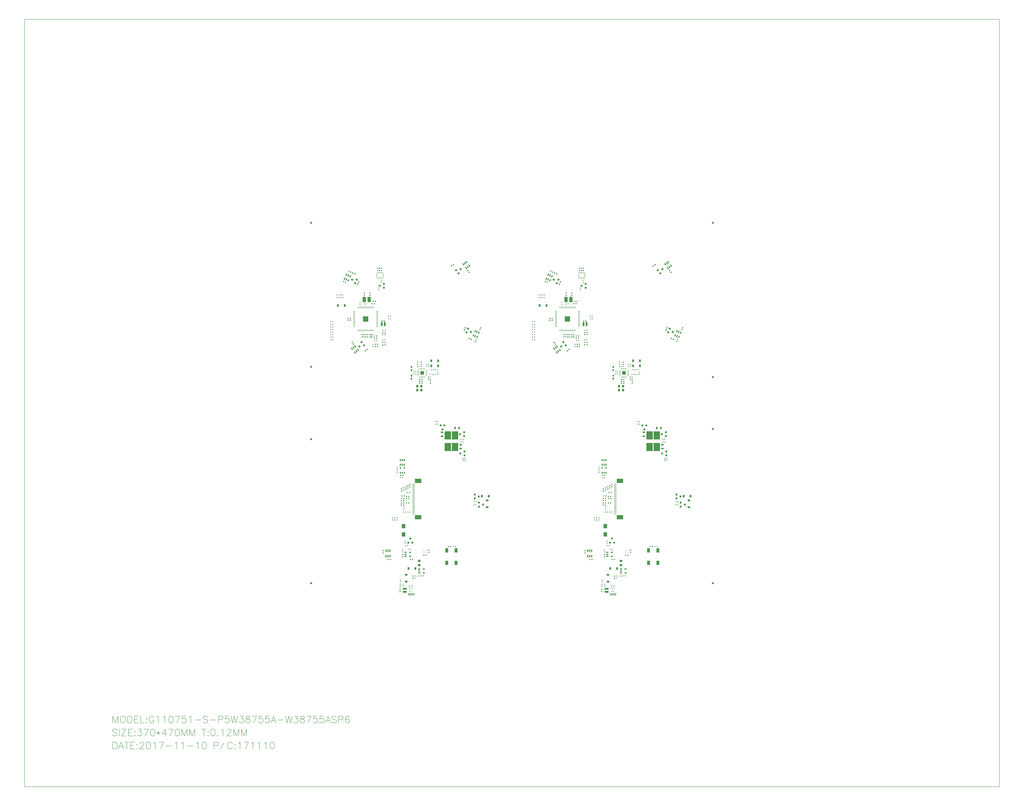
<source format=gbr>
G04 CAM350 V9.0.1 (Build 158) Date:  Fri Nov 10 11:31:03 2017 *
G04 Database: F:\Îâ¿Æ\JDB\´ýÈ·ÈÏ\ÑîÃ·\G110751-S-P5W38755A-W38755ASP6\G110751-S-P5W38755A-W38755ASP6\G110751-S-P5W38755A-W38755ASP6.cam *
G04 Layer 8: FromC1 *
%FSLAX46Y46*%
%MOMM*%
%SFA1.000B1.000*%

%MIA0B0*%
%IPPOS*%
%AMrect1x1_37*
4,1,4,-0.60793,0.04463,0.11444,0.59873,0.60793,-0.04463,-0.11444,-0.59873,-0.60793,0.04463,0.00000*
%
%AMrect1x1_370*
4,1,4,-0.39767,0.01678,0.08685,0.38843,0.39767,-0.01678,-0.08685,-0.38843,-0.39767,0.01678,0.00000*
%
%AMrect1x1_371*
4,1,4,-0.38843,0.08685,0.01678,0.39767,0.38843,-0.08685,-0.01678,-0.39767,-0.38843,0.08685,0.00000*
%
%AMrect1x1_335*
4,1,4,-0.24133,0.55988,0.58401,0.17501,0.24133,-0.55988,-0.58401,-0.17501,-0.24133,0.55988,0.00000*
%
%AMrect1x1_3350*
4,1,4,-0.11026,0.40162,0.37854,0.17369,0.11026,-0.40162,-0.37854,-0.17369,-0.11026,0.40162,0.00000*
%
%AMrect1x1_3351*
4,1,4,-0.17369,0.37854,0.40162,0.11026,0.17369,-0.37854,-0.40162,-0.11026,-0.17369,0.37854,0.00000*
%
%AMrect0x1_335*
4,1,4,-0.05706,0.36351,0.31515,0.18995,0.05706,-0.36351,-0.31515,-0.18995,-0.05706,0.36351,0.00000*
%
%AMrect1x1_3352*
4,1,4,-0.16884,0.36043,0.38463,0.10234,0.16884,-0.36043,-0.38463,-0.10234,-0.16884,0.36043,0.00000*
%
%AMrect1x1_337*
4,1,4,-0.26566,0.54886,0.57595,0.20025,0.26566,-0.54886,-0.57595,-0.20025,-0.26566,0.54886,0.00000*
%
%AMrect1x0_337*
4,1,4,-0.20352,0.30664,0.36073,0.07292,0.20352,-0.30664,-0.36073,-0.07292,-0.20352,0.30664,0.00000*
%
%AMrect1x1_155*
4,1,4,0.00487,-0.59295,-0.45735,-0.37741,-0.00487,0.59295,0.45735,0.37741,0.00487,-0.59295,0.00000*
%
%AMrect1x1_372*
4,1,4,-0.52813,0.26939,-0.12352,0.57986,0.52813,-0.26939,0.12352,-0.57986,-0.52813,0.26939,0.00000*
%
%AMrect1x1_157*
4,1,4,0.03071,-0.59222,-0.44047,-0.39705,-0.03071,0.59222,0.44047,0.39705,0.03071,-0.59222,0.00000*
%
%ADD889R,1.20998X0.91001*%
%ADD890R,0.91001X1.20998*%
%ADD891R,0.91001X0.81018*%
%ADD892R,0.81018X0.91001*%
%ADD893R,0.40988X0.61017*%
%ADD894R,0.61017X0.40988*%
%ADD895R,1.31010X0.71011*%
%ADD896R,0.71011X1.31010*%
%ADD897R,3.01008X4.01008*%
%ADD898R,1.40988X2.04006*%
%ADD899R,0.61013X0.50996*%
%ADD900R,0.50996X0.61013*%
%ADD903R,1.26002X1.01008*%
%ADD904R,1.01008X1.26002*%
%ADD907R,0.41013X0.46006*%
%ADD908R,1.91010X0.85997*%
%ADD911R,1.70985X2.01008*%
%ADD912R,3.01012X2.01008*%
%ADD914R,0.60993X0.51011*%
%ADD915R,0.61018X0.51011*%
%ADD916R,0.60358X0.50376*%
%ADD918R,0.76015X0.81007*%
%ADD919R,0.70513X0.60505*%
%ADD929R,1.51021X2.61003*%
%ADD932rect1x1_37*%
%ADD933rect1x1_370*%
%ADD934rect1x1_371*%
%ADD937rect1x1_335*%
%ADD938rect1x1_3350*%
%ADD939rect1x1_3351*%
%ADD940rect0x1_335*%
%ADD941rect1x1_3352*%
%ADD942rect1x1_337*%
%ADD944rect1x0_337*%
%ADD994R,0.34000X1.21023*%
%ADD996R,1.07020X0.51000*%
%ADD997R,0.51000X1.07020*%
%ADD998R,0.51000X1.23015*%
%ADD1000O,0.46010X0.23000*%
%ADD1002O,1.26002X0.23000*%
%ADD1004R,0.51000X0.80993*%
%ADD1006O,0.81011X0.23000*%
%ADD1007O,0.23000X0.81011*%
%ADD1010R,1.80000X1.80000*%
%ADD1011O,1.00998X0.23000*%
%ADD1012O,0.23000X1.00998*%
%ADD1013R,2.50000X2.50000*%
%ADD1016R,0.51003X0.19000*%
%ADD1017R,0.19000X0.51003*%
%ADD1073rect1x1_155*%
%ADD1129rect1x1_372*%
%ADD1185rect1x1_157*%
%ADD1189C,1.00000*%
%ADD1190C,0.20000*%
%LNFromC1*%
%LPD*%
G36*
X-46596910Y-12835900D02*
G01Y-12237608D01*
X-46187030*
Y-12835900*
X-46596910*
G37*
G36*
X50693090D02*
G01Y-12237608D01*
X51102970*
Y-12835900*
X50693090*
G37*
G36*
X-47496956D02*
G01Y-12237604D01*
X-47087076*
Y-12835900*
X-47320300*
X-47496956*
G37*
G36*
X49793044D02*
G01Y-12237604D01*
X50202924*
Y-12835900*
X49969700*
X49793044*
G37*
G36*
X-85672066Y53659800D02*
G01Y54136020D01*
X-85061934*
Y53659800*
X-85672066*
G37*
G36*
X-86772088D02*
G01Y54136020D01*
X-86161956*
Y53659800*
X-86461800*
X-86772088*
G37*
G36*
X11617934D02*
G01Y54136020D01*
X12228066*
Y53659800*
X11617934*
G37*
G36*
X10517912D02*
G01Y54136020D01*
X11128044*
Y53659800*
X10828200*
X10517912*
G37*
G36*
X-92343576Y45933624D02*
G01Y46543756D01*
X-91856500*
Y45933624*
X-92343576*
G37*
G36*
X4946424D02*
G01Y46543756D01*
X5433500*
Y45933624*
X4946424*
G37*
G36*
X-92343582Y47033646D02*
G01Y47643778D01*
X-91856500*
Y47293900*
Y47033646*
X-92343582*
G37*
G36*
X4946418D02*
G01Y47643778D01*
X5433500*
Y47293900*
Y47033646*
X4946418*
G37*
G36*
X-91556500Y45943786D02*
G01Y46553918D01*
X-91061464*
Y45943786*
X-91556500*
G37*
G36*
X5733500D02*
G01Y46553918D01*
X6228536*
Y45943786*
X5733500*
G37*
G36*
X-91556500Y47043810D02*
G01Y47293900D01*
Y47653942*
X-91061462*
Y47043810*
X-91556500*
G37*
G36*
X5733500D02*
G01Y47293900D01*
Y47653942*
X6228538*
Y47043810*
X5733500*
G37*
G36*
X-86946966Y51500848D02*
G01Y53359800D01*
X-86461800*
X-86086998*
Y51500848*
X-86946966*
G37*
G36*
X10343034D02*
G01Y53359800D01*
X10828200*
X11203002*
Y51500848*
X10343034*
G37*
G36*
X-85497010Y51500844D02*
G01Y53359800D01*
X-84637042*
Y51500844*
X-85497010*
G37*
G36*
X11792990D02*
G01Y53359800D01*
X12652958*
Y51500844*
X11792990*
G37*
G54D889*
X61596512Y-32559612D03*
G54D890*
X62316982Y-30526724D03*
G54D889*
X61596512Y-35859582D03*
G54D890*
X59017018Y-30526722D03*
X37931968Y32250660D03*
X34632000Y32250658D03*
X37982768Y34765258D03*
X34682800Y34765256D03*
X26923100Y-65417688D03*
X23622876D03*
G54D889*
X22523032Y-68467592D03*
Y-71767816D03*
G54D890*
X-7077086Y61380902D03*
X-10377054Y61380904D03*
G54D891*
X57590044Y-33676196D03*
X57521718Y-30684202D03*
X59590040Y-34626284D03*
X57590042Y-35576244D03*
X55521720Y-29734116D03*
Y-31634162D03*
X50464584Y297194D03*
X50464578Y-1602854D03*
X48647974Y-9967706D03*
X50647968Y-9017626D03*
X50647970Y-10917670D03*
X48464584Y-652766D03*
G54D892*
X40996224Y3608464D03*
X39096304D03*
X40046266Y1608466D03*
X24520134Y-50951376D03*
X25470220Y-52951492D03*
X23570170D03*
G54D891*
X11777198Y71848878D03*
Y69948702D03*
X9777084Y70898792D03*
G54D893*
X55401072Y-33168254D03*
X56301118Y-33168250D03*
X55223272Y-34692252D03*
X56123320Y-34692254D03*
X48994300Y-3116566D03*
X49894220D03*
X49965344Y-4472928D03*
X49065422D03*
X50898032Y-13442684D03*
X49997986Y-13442682D03*
X46158266Y-54846208D03*
X45258344Y-54846202D03*
X36781978Y5458476D03*
X37681902Y5458474D03*
X37666662Y4183394D03*
X36766748D03*
G54D894*
X37755126Y28270100D03*
X34219446Y26899260D03*
X34219448Y25999340D03*
G54D893*
X35837100Y28130776D03*
X36737024Y28130778D03*
X35055542Y28135856D03*
G54D894*
X37755126Y29170022D03*
G54D893*
X37427904Y30411698D03*
X36527982Y30411696D03*
X35548302Y30426940D03*
X34648380Y30426938D03*
X34155622Y28135858D03*
G54D894*
X32324606Y32059778D03*
X33381248Y32095338D03*
X32324606Y32959700D03*
X33381246Y32995256D03*
G54D893*
X29206050Y-69022778D03*
X30052634Y-69012616D03*
X30952682Y-69012620D03*
X26301940Y28430494D03*
X27201864Y28430498D03*
X26301940Y29492218D03*
X27201864D03*
G54D894*
X28057406Y32776820D03*
X28057404Y31876898D03*
G54D893*
X28923218Y31976336D03*
X29823144Y31976338D03*
G54D894*
X28057406Y34478620D03*
X28057408Y33578700D03*
G54D893*
X24474032Y-56174950D03*
X28306128Y-69022778D03*
G54D894*
X26773044Y-69967716D03*
X26773038Y-69067668D03*
X25420886Y-73822166D03*
Y-74722088D03*
G54D893*
X20793824Y-21612846D03*
G54D894*
X21417846Y-35824782D03*
X21417844Y-36724830D03*
G54D893*
X22198062Y-38205214D03*
X21298140D03*
X24280862Y-38256014D03*
X23380938D03*
X22192732Y-54308488D03*
X23092654D03*
G54D894*
X22071572Y-52322208D03*
Y-53222262D03*
X20849070Y-57483488D03*
Y-56583440D03*
G54D893*
X23574106Y-56174950D03*
G54D894*
X20986044Y-73024606D03*
X20986046Y-73924528D03*
X24064526Y-73781528D03*
Y-74681448D03*
X18242846Y-16608158D03*
Y-17508206D03*
X18232684Y-18323164D03*
X18232686Y-19223090D03*
G54D893*
X19893904Y-21612846D03*
G54D894*
X18182138Y-41035336D03*
X18182140Y-41935260D03*
X19705888Y-71867128D03*
X19705886Y-70967208D03*
X19690648Y-73924530D03*
X19690646Y-73024608D03*
G54D893*
X14922994Y56280906D03*
X14922990Y55005938D03*
G54D894*
X15896140Y-41935262D03*
X15896138Y-41035338D03*
G54D893*
X11334104Y44798258D03*
X12234026Y44798254D03*
X11477612Y49461442D03*
X12377536Y49461444D03*
X14022946Y56280904D03*
X14023072Y55005884D03*
G54D894*
X10513046Y72704348D03*
Y73604272D03*
X6639222Y41789628D03*
Y42689672D03*
G54D893*
X7378942Y44483298D03*
X8278864Y44483296D03*
G54D894*
X9273020Y68930924D03*
X9273018Y69830974D03*
G54D893*
X3201788Y62187098D03*
X2301862D03*
G54D894*
X298002Y61755934D03*
X297998Y62655978D03*
G54D893*
X-8177034Y65180928D03*
X-9076954Y65180926D03*
X-9877054Y65180924D03*
X-8177036Y66480968D03*
X-9076954D03*
X-9877056D03*
X-12852028Y44905954D03*
X-13751952D03*
X-12852034Y46130924D03*
X-13751952Y46130928D03*
X-12852032Y47355968D03*
X-13751952D03*
X-12852032Y48580952D03*
X-13751952Y48580950D03*
X-12852030Y49805938D03*
X-13751952D03*
X-12852030Y51055986D03*
X-13751956Y51055984D03*
X-12852030Y52280914D03*
X-13751952D03*
X-12852032Y53505954D03*
X-13751952Y53505956D03*
X-10776980Y65180926D03*
X-10776976Y66480968D03*
G54D895*
X48797958Y-5692632D03*
X48797956Y-7592682D03*
G54D896*
X48001546Y2303794D03*
X46101496D03*
G54D895*
X39837984Y241314D03*
X39837982Y-1658606D03*
G54D897*
X42606708Y-1272780D03*
X46106702D03*
X46106704Y-6872718D03*
X42606710Y-6872716D03*
G54D898*
X46606702Y-56698878D03*
Y-62698870D03*
X42106712Y-56698874D03*
Y-62698870D03*
G54D899*
X43960580Y-54846204D03*
X42860504Y-54846206D03*
G54D900*
X34234744Y24024816D03*
X34234742Y25124738D03*
X33472994Y-56567692D03*
X33472996Y-57667690D03*
G54D899*
X30161928Y25738096D03*
X30151772Y24838938D03*
G54D900*
X33254302Y25802818D03*
X33254304Y26902736D03*
G54D899*
X32222984Y-58984628D03*
X31122994D03*
X29041634Y23878818D03*
X30141610Y23878820D03*
X29061956Y25738098D03*
G54D900*
X29810064Y34035056D03*
Y32935136D03*
X24338906Y-25967726D03*
X24338904Y-24867654D03*
G54D899*
X25672986Y-61092702D03*
X24573012Y-61092704D03*
G54D900*
X25767782Y-70267690D03*
X25772988Y-69167692D03*
G54D899*
X20951888Y-20424128D03*
G54D900*
X22433906Y-25967726D03*
X23399104Y-25467756D03*
X22433906Y-27067698D03*
X21373072Y-27667698D03*
Y-26567670D03*
G54D899*
X23001514Y-28717734D03*
X24101492Y-28717738D03*
G54D900*
X23399102Y-26567676D03*
G54D899*
X21383688Y-33810942D03*
X20283718Y-31728144D03*
X21383688Y-31728140D03*
X21383692Y-32769544D03*
X22722114Y-33861742D03*
X23822092D03*
X22747514Y-31702744D03*
X23822092Y-30686744D03*
X22722116Y-30686742D03*
X20486916Y-30483540D03*
X21586888Y-30483542D03*
X20283716Y-34826944D03*
X21383692Y-34826940D03*
G54D900*
X20849072Y-59713306D03*
X20849070Y-58613330D03*
G54D899*
X19851916Y-20424126D03*
G54D900*
X20273000Y-28167696D03*
X20272996Y-27067700D03*
X17039070Y-42035260D03*
Y-40935334D03*
X19599264Y-75455816D03*
Y-76555790D03*
G54D899*
X14843034Y-61133218D03*
X13743116Y-61133214D03*
X12407328Y42456378D03*
X11307354D03*
X11322596Y43650178D03*
X12422570Y43650176D03*
X12421654Y48399724D03*
X11321734D03*
X11301414Y47409122D03*
X12401332Y47409124D03*
G54D900*
X10604484Y79359732D03*
X10604486Y78259710D03*
X11407634Y-57934134D03*
X11407636Y-56834214D03*
X8732256Y42728716D03*
Y41628642D03*
X7756894Y41638802D03*
X7756892Y42738872D03*
G54D899*
X8333170Y45636458D03*
X7233196D03*
Y46657536D03*
X8333168Y46657538D03*
X7148004Y62255932D03*
X6048036Y62255930D03*
X7698016Y63356006D03*
X6597940D03*
G54D900*
X8796008Y79343068D03*
X8796010Y78243152D03*
X9710404Y78238068D03*
X9710408Y79337990D03*
X4002518Y46238690D03*
Y47338720D03*
X3108438Y46264092D03*
X3108440Y47364114D03*
X2234680Y46269172D03*
X2234678Y47369196D03*
X2418702Y67359856D03*
Y66259938D03*
X5121264Y67339540D03*
Y66239620D03*
X1294880Y46243774D03*
X1294878Y47343796D03*
G54D899*
X-5501954Y54305986D03*
X-5508714Y55170596D03*
X-4408642Y55170602D03*
G54D903*
X28772982Y-61817616D03*
Y-63817612D03*
G54D904*
X29844862Y20607344D03*
X27844866Y20607342D03*
X27839786Y22456464D03*
X29839782Y22456466D03*
G54D907*
X24694504Y-75486698D03*
X25094424Y-76491636D03*
X24294452D03*
G54D908*
X21839466Y-76698842D03*
Y-75249010D03*
G54D911*
X21272996Y-45017676D03*
X21272994Y-49017666D03*
G54D912*
X28316524Y-23141162D03*
Y-40681132D03*
G54D914*
X23847414Y-31702740D03*
G54D915*
X20283666Y-32769544D03*
G54D916*
Y-33811070D03*
G54D918*
X25072964Y26065054D03*
X25072962Y27565064D03*
X25065344Y30281452D03*
Y31781462D03*
G54D919*
X29051748Y24838936D03*
G54D929*
X2295640Y64274978D03*
X4695558D03*
G54D914*
X-4401956Y54305984D03*
G54D932*
X2186040Y42181422D03*
X47776372Y76933324D03*
X21068Y41717620D03*
X1029456Y43688784D03*
X48784814Y78904538D03*
X46619660Y78440682D03*
G54D933*
X3728646Y40271550D03*
X2856150Y39601844D03*
G54D934*
X52279346Y78290114D03*
X52948894Y77417524D03*
X-2817066Y42744588D03*
X-3486796Y43617286D03*
G54D933*
X44415634Y80450126D03*
X45288126Y81119826D03*
G54D937*
X-2110502Y72122944D03*
X-3521596Y73829186D03*
X-1307604Y73844936D03*
G54D938*
X-814444Y71712018D03*
G54D939*
X52974664Y45465870D03*
X53991014Y45044946D03*
G54D938*
X-393352Y72728172D03*
X51016248Y50599692D03*
X50595162Y49583540D03*
G54D940*
X-6835614Y72573516D03*
X-7651304Y72953800D03*
X-4143210Y77506196D03*
X-4958902Y77886476D03*
G54D941*
X-3200414Y77090544D03*
X-2203462Y76625726D03*
G54D942*
X53791218Y48603048D03*
X51579850Y48490542D03*
X52306970Y50245922D03*
G54D944*
X55748970Y44001566D03*
X56093300Y44832948D03*
X58545208Y50696772D03*
X58200782Y49865174D03*
G54D994*
X25598490Y-77829524D03*
X26248476Y-77829528D03*
X23648530Y-77829526D03*
X24298518Y-77829524D03*
X24948502Y-77829528D03*
G54D996*
X28773744Y-66584434D03*
X28773746Y-67534394D03*
X30973726Y-67534396D03*
X28773744Y-65634350D03*
X30973726D03*
X22167112Y-59568452D03*
X24367100Y-59568448D03*
X22167114Y-58618488D03*
Y-57668400D03*
X24367096D03*
G54D997*
X19726264Y-15377364D03*
X21626182Y-15377362D03*
X20676222Y-15377360D03*
X19726266Y-13177378D03*
X21626182Y-13177382D03*
X20676226Y-13177380D03*
G54D998*
X12784316Y-59506346D03*
X13734404Y-59506342D03*
X14684364Y-59506344D03*
X14684362Y-56886334D03*
X13734402Y-56886336D03*
X12784314Y-56886334D03*
G54D1000*
X32532526Y-56700532D03*
X32532522Y-57700532D03*
X31132512Y-56700536D03*
X31132510Y-57700534D03*
X31132512Y-57200408D03*
G54D1002*
X26091504Y-38161076D03*
X26091500Y-38661198D03*
X26091506Y-39161072D03*
X26091502Y-37161076D03*
X26091504Y-37661076D03*
X26091502Y-34161082D03*
X26091500Y-34661080D03*
X26091504Y-35161080D03*
Y-35661078D03*
Y-36161078D03*
X26091506Y-36661078D03*
X26091500Y-30661090D03*
X26091502Y-31161088D03*
X26091506Y-31661086D03*
X26091504Y-32161088D03*
X26091502Y-32661086D03*
Y-33161088D03*
X26091504Y-33661082D03*
Y-30161090D03*
Y-27661094D03*
X26091502Y-28161094D03*
X26091504Y-28661092D03*
Y-29161092D03*
Y-29661090D03*
X26091502Y-26161098D03*
X26091506Y-26661096D03*
X26091504Y-27161094D03*
Y-24661098D03*
X26091502Y-25161102D03*
X26091506Y-25661098D03*
G54D1004*
X19736424Y-19292432D03*
X20686382D03*
X21636344D03*
X19736422Y-16892382D03*
X21636340Y-16892386D03*
G54D1007*
X31523040Y26880878D03*
G54D1006*
X32272974Y27631032D03*
G54D1007*
X29022918Y26880880D03*
X29523044Y26880882D03*
X30022916Y26880880D03*
G54D1006*
X28272982Y27631032D03*
G54D1007*
X30523042Y26880880D03*
X31022914Y26880882D03*
X31522912Y30880962D03*
G54D1006*
X32272976Y29130902D03*
Y29631030D03*
X32272974Y30130902D03*
Y28130906D03*
X32272976Y28631032D03*
G54D1007*
X30522908Y30880964D03*
X30022916Y30880960D03*
X29523044Y30880962D03*
X29022916Y30880966D03*
G54D1006*
X28272982Y30130902D03*
Y29631030D03*
Y29130904D03*
Y28631032D03*
Y28130906D03*
G54D1007*
X31022910Y30880962D03*
G54D1010*
X30273106Y28880966D03*
G54D1012*
X6251944Y49357816D03*
X6752072Y49357812D03*
X2752078Y49357810D03*
X3251950Y49357814D03*
X3752078Y49357810D03*
X4251948D03*
X4752072Y49357812D03*
X5251948D03*
X5752074Y49357814D03*
X-247916D03*
X251952Y49357810D03*
X752084Y49357814D03*
X1251954Y49357686D03*
X1752080Y49357812D03*
X2251952Y49357810D03*
X-748044D03*
G54D1011*
X8552002Y53157780D03*
X8552004Y52657780D03*
Y52157782D03*
X8552000Y51657780D03*
X8552004Y51157784D03*
X-2548014Y53157778D03*
Y51157782D03*
X-2548012Y51657782D03*
Y52157782D03*
Y52657778D03*
X8552006Y56657772D03*
X8552002Y56157898D03*
X8552004Y55657774D03*
Y55157774D03*
X8552002Y54657774D03*
X8552006Y54157778D03*
X8552002Y53657778D03*
X-2548010D03*
X-2548014Y54157774D03*
Y54657776D03*
X-2548012Y55157778D03*
Y55657776D03*
Y56157900D03*
X-2548010Y56657770D03*
X8552004Y58657768D03*
X8552006Y58157894D03*
X8552004Y57657768D03*
Y57157896D03*
X-2548012Y57157898D03*
X-2548014Y57657770D03*
X-2548012Y58157900D03*
X-2548014Y58657766D03*
G54D1012*
X6251946Y60457778D03*
X6752070Y60457776D03*
X3251952Y60457866D03*
X5752072Y60457780D03*
X5251948Y60457776D03*
X4752076Y60457778D03*
X4251950D03*
X3752076D03*
X2752076D03*
X2252078Y60457866D03*
X1752080Y60457778D03*
X1251952D03*
X752082Y60457776D03*
X251958Y60457778D03*
X-247916D03*
X-748042Y60457776D03*
G54D1013*
X3002012Y54907772D03*
G54D1016*
X11428428Y76112774D03*
Y75712726D03*
X11428426Y75312802D03*
G54D1017*
X11303370Y74637784D03*
X10903450Y74637782D03*
X10503398Y74637784D03*
X10103474Y74637782D03*
X9703422D03*
X9303374Y74637784D03*
X8903450Y74637708D03*
X8503400Y74637784D03*
G54D1016*
X8378470Y75312802D03*
Y75712726D03*
X8378468Y76112776D03*
G54D1017*
X10103474Y77187716D03*
X10503398D03*
X10903446D03*
X11303368D03*
G54D1016*
X11428428Y76512696D03*
G54D1017*
X8903450Y77187716D03*
X9303374D03*
X9703422D03*
G54D1016*
X8378474Y76512696D03*
G54D1017*
X8503400Y77187714D03*
G54D1073*
X-4505338Y75492760D03*
X-6227458Y76295654D03*
X-5366396Y75894204D03*
X-7157048Y74301860D03*
X-6296038Y73900308D03*
X-5435234Y73498858D03*
G54D1129*
X51442982Y79445768D03*
X52950392Y80602380D03*
X52196704Y80024160D03*
X-648690Y39896340D03*
X-2156096Y38739730D03*
X-1402376Y39318118D03*
X51610988Y82347740D03*
X50857372Y81769432D03*
X50103740Y81191164D03*
X-1988090Y41641698D03*
X-3495338Y40485126D03*
X-2741706Y41063394D03*
G54D1185*
X57555120Y48280594D03*
X56677546Y48644070D03*
X55799722Y49007546D03*
X54957838Y46975036D03*
X56713232Y46248088D03*
X55835538Y46611562D03*
G54D889*
X-35693488Y-32559612D03*
G54D890*
X-34973018Y-30526724D03*
G54D889*
X-35693488Y-35859582D03*
G54D890*
X-38272982Y-30526722D03*
X-59358032Y32250660D03*
X-62658000Y32250658D03*
X-59307232Y34765258D03*
X-62607200Y34765256D03*
X-70366900Y-65417688D03*
X-73667124D03*
G54D889*
X-74766968Y-68467592D03*
Y-71767816D03*
G54D890*
X-104367086Y61380902D03*
X-107667054Y61380904D03*
G54D891*
X-39699956Y-33676196D03*
X-39768282Y-30684202D03*
X-37699960Y-34626284D03*
X-39699958Y-35576244D03*
X-41768280Y-29734116D03*
Y-31634162D03*
X-46825416Y297194D03*
X-46825422Y-1602854D03*
X-48642026Y-9967706D03*
X-46642032Y-9017626D03*
X-46642030Y-10917670D03*
X-48825416Y-652766D03*
G54D892*
X-56293776Y3608464D03*
X-58193696D03*
X-57243734Y1608466D03*
X-72769866Y-50951376D03*
X-71819780Y-52951492D03*
X-73719830D03*
G54D891*
X-85512802Y71848878D03*
Y69948702D03*
X-87512916Y70898792D03*
G54D893*
X-41888928Y-33168254D03*
X-40988882Y-33168250D03*
X-42066728Y-34692252D03*
X-41166680Y-34692254D03*
X-48295700Y-3116566D03*
X-47395780D03*
X-47324656Y-4472928D03*
X-48224578D03*
X-46391968Y-13442684D03*
X-47292014Y-13442682D03*
X-51131734Y-54846208D03*
X-52031656Y-54846202D03*
X-60508022Y5458476D03*
X-59608098Y5458474D03*
X-59623338Y4183394D03*
X-60523252D03*
G54D894*
X-59534874Y28270100D03*
X-63070554Y26899260D03*
X-63070552Y25999340D03*
G54D893*
X-61452900Y28130776D03*
X-60552976Y28130778D03*
X-62234458Y28135856D03*
G54D894*
X-59534874Y29170022D03*
G54D893*
X-59862096Y30411698D03*
X-60762018Y30411696D03*
X-61741698Y30426940D03*
X-62641620Y30426938D03*
X-63134378Y28135858D03*
G54D894*
X-64965394Y32059778D03*
X-63908752Y32095338D03*
X-64965394Y32959700D03*
X-63908754Y32995256D03*
G54D893*
X-68083950Y-69022778D03*
X-67237366Y-69012616D03*
X-66337318Y-69012620D03*
X-70988060Y28430494D03*
X-70088136Y28430498D03*
X-70988060Y29492218D03*
X-70088136D03*
G54D894*
X-69232594Y32776820D03*
X-69232596Y31876898D03*
G54D893*
X-68366782Y31976336D03*
X-67466856Y31976338D03*
G54D894*
X-69232594Y34478620D03*
X-69232592Y33578700D03*
G54D893*
X-72815968Y-56174950D03*
X-68983872Y-69022778D03*
G54D894*
X-70516956Y-69967716D03*
X-70516962Y-69067668D03*
X-71869114Y-73822166D03*
Y-74722088D03*
G54D893*
X-76496176Y-21612846D03*
G54D894*
X-75872154Y-35824782D03*
X-75872156Y-36724830D03*
G54D893*
X-75091938Y-38205214D03*
X-75991860D03*
X-73009138Y-38256014D03*
X-73909062D03*
X-75097268Y-54308488D03*
X-74197346D03*
G54D894*
X-75218428Y-52322208D03*
Y-53222262D03*
X-76440930Y-57483488D03*
Y-56583440D03*
G54D893*
X-73715894Y-56174950D03*
G54D894*
X-76303956Y-73024606D03*
X-76303954Y-73924528D03*
X-73225474Y-73781528D03*
Y-74681448D03*
X-79047154Y-16608158D03*
Y-17508206D03*
X-79057316Y-18323164D03*
X-79057314Y-19223090D03*
G54D893*
X-77396096Y-21612846D03*
G54D894*
X-79107862Y-41035336D03*
X-79107860Y-41935260D03*
X-77584112Y-71867128D03*
X-77584114Y-70967208D03*
X-77599352Y-73924530D03*
X-77599354Y-73024608D03*
G54D893*
X-82367006Y56280906D03*
X-82367010Y55005938D03*
G54D894*
X-81393860Y-41935262D03*
X-81393862Y-41035338D03*
G54D893*
X-85955896Y44798258D03*
X-85055974Y44798254D03*
X-85812388Y49461442D03*
X-84912464Y49461444D03*
X-83267054Y56280904D03*
X-83266928Y55005884D03*
G54D894*
X-86776954Y72704348D03*
Y73604272D03*
X-90650778Y41789628D03*
Y42689672D03*
G54D893*
X-89911058Y44483298D03*
X-89011136Y44483296D03*
G54D894*
X-88016980Y68930924D03*
X-88016982Y69830974D03*
G54D893*
X-94088212Y62187098D03*
X-94988138D03*
G54D894*
X-96991998Y61755934D03*
X-96992002Y62655978D03*
G54D893*
X-105467034Y65180928D03*
X-106366954Y65180926D03*
X-107167054Y65180924D03*
X-105467036Y66480968D03*
X-106366954D03*
X-107167056D03*
X-110142028Y44905954D03*
X-111041952D03*
X-110142034Y46130924D03*
X-111041952Y46130928D03*
X-110142032Y47355968D03*
X-111041952D03*
X-110142032Y48580952D03*
X-111041952Y48580950D03*
X-110142030Y49805938D03*
X-111041952D03*
X-110142030Y51055986D03*
X-111041956Y51055984D03*
X-110142030Y52280914D03*
X-111041952D03*
X-110142032Y53505954D03*
X-111041952Y53505956D03*
X-108066980Y65180926D03*
X-108066976Y66480968D03*
G54D895*
X-48492042Y-5692632D03*
X-48492044Y-7592682D03*
G54D896*
X-49288454Y2303794D03*
X-51188504D03*
G54D895*
X-57452016Y241314D03*
X-57452018Y-1658606D03*
G54D897*
X-54683292Y-1272780D03*
X-51183298D03*
X-51183296Y-6872718D03*
X-54683290Y-6872716D03*
G54D898*
X-50683298Y-56698878D03*
Y-62698870D03*
X-55183288Y-56698874D03*
Y-62698870D03*
G54D899*
X-53329420Y-54846204D03*
X-54429496Y-54846206D03*
G54D900*
X-63055256Y24024816D03*
X-63055258Y25124738D03*
X-63817006Y-56567692D03*
X-63817004Y-57667690D03*
G54D899*
X-67128072Y25738096D03*
X-67138228Y24838938D03*
G54D900*
X-64035698Y25802818D03*
X-64035696Y26902736D03*
G54D899*
X-65067016Y-58984628D03*
X-66167006D03*
X-68248366Y23878818D03*
X-67148390Y23878820D03*
X-68228044Y25738098D03*
G54D900*
X-67479936Y34035056D03*
Y32935136D03*
X-72951094Y-25967726D03*
X-72951096Y-24867654D03*
G54D899*
X-71617014Y-61092702D03*
X-72716988Y-61092704D03*
G54D900*
X-71522218Y-70267690D03*
X-71517012Y-69167692D03*
G54D899*
X-76338112Y-20424128D03*
G54D900*
X-74856094Y-25967726D03*
X-73890896Y-25467756D03*
X-74856094Y-27067698D03*
X-75916928Y-27667698D03*
Y-26567670D03*
G54D899*
X-74288486Y-28717734D03*
X-73188508Y-28717738D03*
G54D900*
X-73890898Y-26567676D03*
G54D899*
X-75906312Y-33810942D03*
X-77006282Y-31728144D03*
X-75906312Y-31728140D03*
X-75906308Y-32769544D03*
X-74567886Y-33861742D03*
X-73467908D03*
X-74542486Y-31702744D03*
X-73467908Y-30686744D03*
X-74567884Y-30686742D03*
X-76803084Y-30483540D03*
X-75703112Y-30483542D03*
X-77006284Y-34826944D03*
X-75906308Y-34826940D03*
G54D900*
X-76440928Y-59713306D03*
X-76440930Y-58613330D03*
G54D899*
X-77438084Y-20424126D03*
G54D900*
X-77017000Y-28167696D03*
X-77017004Y-27067700D03*
X-80250930Y-42035260D03*
Y-40935334D03*
X-77690736Y-75455816D03*
Y-76555790D03*
G54D899*
X-82446966Y-61133218D03*
X-83546884Y-61133214D03*
X-84882672Y42456378D03*
X-85982646D03*
X-85967404Y43650178D03*
X-84867430Y43650176D03*
X-84868346Y48399724D03*
X-85968266D03*
X-85988586Y47409122D03*
X-84888668Y47409124D03*
G54D900*
X-86685516Y79359732D03*
X-86685514Y78259710D03*
X-85882366Y-57934134D03*
X-85882364Y-56834214D03*
X-88557744Y42728716D03*
Y41628642D03*
X-89533106Y41638802D03*
X-89533108Y42738872D03*
G54D899*
X-88956830Y45636458D03*
X-90056804D03*
Y46657536D03*
X-88956832Y46657538D03*
X-90141996Y62255932D03*
X-91241964Y62255930D03*
X-89591984Y63356006D03*
X-90692060D03*
G54D900*
X-88493992Y79343068D03*
X-88493990Y78243152D03*
X-87579596Y78238068D03*
X-87579592Y79337990D03*
X-93287482Y46238690D03*
Y47338720D03*
X-94181562Y46264092D03*
X-94181560Y47364114D03*
X-95055320Y46269172D03*
X-95055322Y47369196D03*
X-94871298Y67359856D03*
Y66259938D03*
X-92168736Y67339540D03*
Y66239620D03*
X-95995120Y46243774D03*
X-95995122Y47343796D03*
G54D899*
X-102791954Y54305986D03*
X-102798714Y55170596D03*
X-101698642Y55170602D03*
G54D903*
X-68517018Y-61817616D03*
Y-63817612D03*
G54D904*
X-67445138Y20607344D03*
X-69445134Y20607342D03*
X-69450214Y22456464D03*
X-67450218Y22456466D03*
G54D907*
X-72595496Y-75486698D03*
X-72195576Y-76491636D03*
X-72995548D03*
G54D908*
X-75450534Y-76698842D03*
Y-75249010D03*
G54D911*
X-76017004Y-45017676D03*
X-76017006Y-49017666D03*
G54D912*
X-68973476Y-23141162D03*
Y-40681132D03*
G54D914*
X-73442586Y-31702740D03*
G54D915*
X-77006334Y-32769544D03*
G54D916*
Y-33811070D03*
G54D918*
X-72217036Y26065054D03*
X-72217038Y27565064D03*
X-72224656Y30281452D03*
Y31781462D03*
G54D919*
X-68238252Y24838936D03*
G54D929*
X-94994360Y64274978D03*
X-92594442D03*
G54D914*
X-101691956Y54305984D03*
G54D932*
X-95103960Y42181422D03*
X-49513628Y76933324D03*
X-97268932Y41717620D03*
X-96260544Y43688784D03*
X-48505186Y78904538D03*
X-50670340Y78440682D03*
G54D933*
X-93561354Y40271550D03*
X-94433850Y39601844D03*
G54D934*
X-45010654Y78290114D03*
X-44341106Y77417524D03*
X-100107066Y42744588D03*
X-100776796Y43617286D03*
G54D933*
X-52874366Y80450126D03*
X-52001874Y81119826D03*
G54D937*
X-99400502Y72122944D03*
X-100811596Y73829186D03*
X-98597604Y73844936D03*
G54D938*
X-98104444Y71712018D03*
G54D939*
X-44315336Y45465870D03*
X-43298986Y45044946D03*
G54D938*
X-97683352Y72728172D03*
X-46273752Y50599692D03*
X-46694838Y49583540D03*
G54D940*
X-104125614Y72573516D03*
X-104941304Y72953800D03*
X-101433210Y77506196D03*
X-102248902Y77886476D03*
G54D941*
X-100490414Y77090544D03*
X-99493462Y76625726D03*
G54D942*
X-43498782Y48603048D03*
X-45710150Y48490542D03*
X-44983030Y50245922D03*
G54D944*
X-41541030Y44001566D03*
X-41196700Y44832948D03*
X-38744792Y50696772D03*
X-39089218Y49865174D03*
G54D994*
X-71691510Y-77829524D03*
X-71041524Y-77829528D03*
X-73641470Y-77829526D03*
X-72991482Y-77829524D03*
X-72341498Y-77829528D03*
G54D996*
X-68516256Y-66584434D03*
X-68516254Y-67534394D03*
X-66316274Y-67534396D03*
X-68516256Y-65634350D03*
X-66316274D03*
X-75122888Y-59568452D03*
X-72922900Y-59568448D03*
X-75122886Y-58618488D03*
Y-57668400D03*
X-72922904D03*
G54D997*
X-77563736Y-15377364D03*
X-75663818Y-15377362D03*
X-76613778Y-15377360D03*
X-77563734Y-13177378D03*
X-75663818Y-13177382D03*
X-76613774Y-13177380D03*
G54D998*
X-84505684Y-59506346D03*
X-83555596Y-59506342D03*
X-82605636Y-59506344D03*
X-82605638Y-56886334D03*
X-83555598Y-56886336D03*
X-84505686Y-56886334D03*
G54D1000*
X-64757474Y-56700532D03*
X-64757478Y-57700532D03*
X-66157488Y-56700536D03*
X-66157490Y-57700534D03*
X-66157488Y-57200408D03*
G54D1002*
X-71198496Y-38161076D03*
X-71198500Y-38661198D03*
X-71198494Y-39161072D03*
X-71198498Y-37161076D03*
X-71198496Y-37661076D03*
X-71198498Y-34161082D03*
X-71198500Y-34661080D03*
X-71198496Y-35161080D03*
Y-35661078D03*
Y-36161078D03*
X-71198494Y-36661078D03*
X-71198500Y-30661090D03*
X-71198498Y-31161088D03*
X-71198494Y-31661086D03*
X-71198496Y-32161088D03*
X-71198498Y-32661086D03*
Y-33161088D03*
X-71198496Y-33661082D03*
Y-30161090D03*
Y-27661094D03*
X-71198498Y-28161094D03*
X-71198496Y-28661092D03*
Y-29161092D03*
Y-29661090D03*
X-71198498Y-26161098D03*
X-71198494Y-26661096D03*
X-71198496Y-27161094D03*
Y-24661098D03*
X-71198498Y-25161102D03*
X-71198494Y-25661098D03*
G54D1004*
X-77553576Y-19292432D03*
X-76603618D03*
X-75653656D03*
X-77553578Y-16892382D03*
X-75653660Y-16892386D03*
G54D1007*
X-65766960Y26880878D03*
G54D1006*
X-65017026Y27631032D03*
G54D1007*
X-68267082Y26880880D03*
X-67766956Y26880882D03*
X-67267084Y26880880D03*
G54D1006*
X-69017018Y27631032D03*
G54D1007*
X-66766958Y26880880D03*
X-66267086Y26880882D03*
X-65767088Y30880962D03*
G54D1006*
X-65017024Y29130902D03*
Y29631030D03*
X-65017026Y30130902D03*
Y28130906D03*
X-65017024Y28631032D03*
G54D1007*
X-66767092Y30880964D03*
X-67267084Y30880960D03*
X-67766956Y30880962D03*
X-68267084Y30880966D03*
G54D1006*
X-69017018Y30130902D03*
Y29631030D03*
Y29130904D03*
Y28631032D03*
Y28130906D03*
G54D1007*
X-66267090Y30880962D03*
G54D1010*
X-67016894Y28880966D03*
G54D1012*
X-91038056Y49357816D03*
X-90537928Y49357812D03*
X-94537922Y49357810D03*
X-94038050Y49357814D03*
X-93537922Y49357810D03*
X-93038052D03*
X-92537928Y49357812D03*
X-92038052D03*
X-91537926Y49357814D03*
X-97537916D03*
X-97038048Y49357810D03*
X-96537916Y49357814D03*
X-96038046Y49357686D03*
X-95537920Y49357812D03*
X-95038048Y49357810D03*
X-98038044D03*
G54D1011*
X-88737998Y53157780D03*
X-88737996Y52657780D03*
Y52157782D03*
X-88738000Y51657780D03*
X-88737996Y51157784D03*
X-99838014Y53157778D03*
Y51157782D03*
X-99838012Y51657782D03*
Y52157782D03*
Y52657778D03*
X-88737994Y56657772D03*
X-88737998Y56157898D03*
X-88737996Y55657774D03*
Y55157774D03*
X-88737998Y54657774D03*
X-88737994Y54157778D03*
X-88737998Y53657778D03*
X-99838010D03*
X-99838014Y54157774D03*
Y54657776D03*
X-99838012Y55157778D03*
Y55657776D03*
Y56157900D03*
X-99838010Y56657770D03*
X-88737996Y58657768D03*
X-88737994Y58157894D03*
X-88737996Y57657768D03*
Y57157896D03*
X-99838012Y57157898D03*
X-99838014Y57657770D03*
X-99838012Y58157900D03*
X-99838014Y58657766D03*
G54D1012*
X-91038054Y60457778D03*
X-90537930Y60457776D03*
X-94038048Y60457866D03*
X-91537928Y60457780D03*
X-92038052Y60457776D03*
X-92537924Y60457778D03*
X-93038050D03*
X-93537924D03*
X-94537924D03*
X-95037922Y60457866D03*
X-95537920Y60457778D03*
X-96038048D03*
X-96537918Y60457776D03*
X-97038042Y60457778D03*
X-97537916D03*
X-98038042Y60457776D03*
G54D1013*
X-94287988Y54907772D03*
G54D1016*
X-85861572Y76112774D03*
Y75712726D03*
X-85861574Y75312802D03*
G54D1017*
X-85986630Y74637784D03*
X-86386550Y74637782D03*
X-86786602Y74637784D03*
X-87186526Y74637782D03*
X-87586578D03*
X-87986626Y74637784D03*
X-88386550Y74637708D03*
X-88786600Y74637784D03*
G54D1016*
X-88911530Y75312802D03*
Y75712726D03*
X-88911532Y76112776D03*
G54D1017*
X-87186526Y77187716D03*
X-86786602D03*
X-86386554D03*
X-85986632D03*
G54D1016*
X-85861572Y76512696D03*
G54D1017*
X-88386550Y77187716D03*
X-87986626D03*
X-87586578D03*
G54D1016*
X-88911526Y76512696D03*
G54D1017*
X-88786600Y77187714D03*
G54D1073*
X-101795338Y75492760D03*
X-103517458Y76295654D03*
X-102656396Y75894204D03*
X-104447048Y74301860D03*
X-103586038Y73900308D03*
X-102725234Y73498858D03*
G54D1129*
X-45847018Y79445768D03*
X-44339608Y80602380D03*
X-45093296Y80024160D03*
X-97938690Y39896340D03*
X-99446096Y38739730D03*
X-98692376Y39318118D03*
X-45679012Y82347740D03*
X-46432628Y81769432D03*
X-47186260Y81191164D03*
X-99278090Y41641698D03*
X-100785338Y40485126D03*
X-100031706Y41063394D03*
G54D1185*
X-39734880Y48280594D03*
X-40612454Y48644070D03*
X-41490278Y49007546D03*
X-42332162Y46975036D03*
X-40576768Y46248088D03*
X-41454462Y46611562D03*
G54D1189*
X73062832Y-72562706D03*
X-120516156D03*
Y-3118344D03*
X73062832Y1881646D03*
Y26881606D03*
X-120516156Y31881594D03*
X73062832Y101325958D03*
X-120516156D03*
G54D1190*
X-258726800Y-170618400D02*
G01X211273200D01*
Y199381600*
X-258726800*
Y-170618400*
G01X-216209100Y-136619750D02*
Y-139901000D01*
Y-136619750D02*
X-214959100Y-139901000D01*
X-213709100Y-136619750D02*
X-214959100Y-139901000D01*
X-213709100Y-136619750D02*
Y-139901000D01*
X-211677850Y-136619750D02*
X-211990350Y-136776000D01*
X-212302850Y-137088500D01*
X-212459100Y-137401000D01*
X-212615350Y-137869750D01*
Y-138651000D01*
X-212459100Y-139119750D01*
X-212302850Y-139432250D01*
X-211990350Y-139744750D01*
X-211677850Y-139901000D01*
X-211052850D01*
X-210740350Y-139744750D01*
X-210427850Y-139432250D01*
X-210271600Y-139119750D01*
X-210115350Y-138651000D01*
Y-137869750D01*
X-210271600Y-137401000D01*
X-210427850Y-137088500D01*
X-210740350Y-136776000D01*
X-211052850Y-136619750D01*
X-211677850D01*
X-209021600D02*
Y-139901000D01*
Y-136619750D02*
X-207927850D01*
X-207459100Y-136776000D01*
X-207146600Y-137088500D01*
X-206990350Y-137401000D01*
X-206834100Y-137869750D01*
Y-138651000D01*
X-206990350Y-139119750D01*
X-207146600Y-139432250D01*
X-207459100Y-139744750D01*
X-207927850Y-139901000D01*
X-209021600D01*
X-205740350Y-136619750D02*
Y-139901000D01*
Y-136619750D02*
X-203709100D01*
X-205740350Y-138182250D02*
X-204490350D01*
X-205740350Y-139901000D02*
X-203709100D01*
X-202771600Y-136619750D02*
Y-139901000D01*
Y-139901000D02*
X-200896600D01*
X-199959100Y-137713500D02*
X-200115350Y-137869750D01*
X-199959100Y-138026000D01*
X-199802850Y-137869750D01*
X-199959100Y-137713500D01*
Y-139588500D02*
X-200115350Y-139744750D01*
X-199959100Y-139901000D01*
X-199802850Y-139744750D01*
X-199959100Y-139588500D01*
X-196365350Y-137401000D02*
X-196521600Y-137088500D01*
X-196834100Y-136776000D01*
X-197146600Y-136619750D01*
X-197771600D01*
X-198084100Y-136776000D01*
X-198396600Y-137088500D01*
X-198552850Y-137401000D01*
X-198709100Y-137869750D01*
Y-138651000D01*
X-198552850Y-139119750D01*
X-198396600Y-139432250D01*
X-198084100Y-139744750D01*
X-197771600Y-139901000D01*
X-197146600D01*
X-196834100Y-139744750D01*
X-196521600Y-139432250D01*
X-196365350Y-139119750D01*
Y-138651000D01*
X-197146600D02*
X-196365350D01*
X-194959100Y-137244750D02*
X-194646600Y-137088500D01*
X-194177850Y-136619750D01*
Y-139901000D01*
X-191834100Y-137244750D02*
X-191521600Y-137088500D01*
X-191052850Y-136619750D01*
Y-139901000D01*
X-188240350Y-136619750D02*
X-188709100Y-136776000D01*
X-189021600Y-137244750D01*
X-189177850Y-138026000D01*
Y-138494750D01*
X-189021600Y-139276000D01*
X-188709100Y-139744750D01*
X-188240350Y-139901000D01*
X-187927850D01*
X-187459100Y-139744750D01*
X-187146600Y-139276000D01*
X-186990350Y-138494750D01*
Y-138026000D01*
X-187146600Y-137244750D01*
X-187459100Y-136776000D01*
X-187927850Y-136619750D01*
X-188240350D01*
X-183865350D02*
X-185427850Y-139901000D01*
X-186052850Y-136619750D02*
X-183865350D01*
X-181052850D02*
X-182615350D01*
X-182771600Y-138026000D01*
X-182615350Y-137869750D01*
X-182146600Y-137713500D01*
X-181677850D01*
X-181209100Y-137869750D01*
X-180896600Y-138182250D01*
X-180740350Y-138651000D01*
Y-138963500D01*
X-180896600Y-139432250D01*
X-181209100Y-139744750D01*
X-181677850Y-139901000D01*
X-182146600D01*
X-182615350Y-139744750D01*
X-182771600Y-139588500D01*
X-182927850Y-139276000D01*
X-179334100Y-137244750D02*
X-179021600Y-137088500D01*
X-178552850Y-136619750D01*
Y-139901000D01*
X-176521600Y-138494750D02*
X-173709100D01*
X-170427850Y-137088500D02*
X-170740350Y-136776000D01*
X-171209100Y-136619750D01*
X-171834100D01*
X-172302850Y-136776000D01*
X-172615350Y-137088500D01*
Y-137401000D01*
X-172459100Y-137713500D01*
X-172302850Y-137869750D01*
X-171990350Y-138026000D01*
X-171052850Y-138338500D01*
X-170740350Y-138494750D01*
X-170584100Y-138651000D01*
X-170427850Y-138963500D01*
Y-139432250D01*
X-170740350Y-139744750D01*
X-171209100Y-139901000D01*
X-171834100D01*
X-172302850Y-139744750D01*
X-172615350Y-139432250D01*
X-169334100Y-138494750D02*
X-166521600D01*
X-165271600Y-136619750D02*
Y-139901000D01*
Y-136619750D02*
X-163865350D01*
X-163396600Y-136776000D01*
X-163240350Y-136932250D01*
X-163084100Y-137244750D01*
Y-137713500D01*
X-163240350Y-138026000D01*
X-163396600Y-138182250D01*
X-163865350Y-138338500D01*
X-165271600D01*
X-160271600Y-136619750D02*
X-161834100D01*
X-161990350Y-138026000D01*
X-161834100Y-137869750D01*
X-161365350Y-137713500D01*
X-160896600D01*
X-160427850Y-137869750D01*
X-160115350Y-138182250D01*
X-159959100Y-138651000D01*
Y-138963500D01*
X-160115350Y-139432250D01*
X-160427850Y-139744750D01*
X-160896600Y-139901000D01*
X-161365350D01*
X-161834100Y-139744750D01*
X-161990350Y-139588500D01*
X-162146600Y-139276000D01*
X-159177850Y-136619750D02*
X-158396600Y-139901000D01*
X-157615350Y-136619750D02*
X-158396600Y-139901000D01*
X-157615350Y-136619750D02*
X-156834100Y-139901000D01*
X-156052850Y-136619750D02*
X-156834100Y-139901000D01*
X-154959100Y-136619750D02*
X-153240350D01*
X-154177850Y-137869750D01*
X-153709100D01*
X-153396600Y-138026000D01*
X-153240350Y-138182250D01*
X-153084100Y-138651000D01*
Y-138963500D01*
X-153240350Y-139432250D01*
X-153552850Y-139744750D01*
X-154021600Y-139901000D01*
X-154490350D01*
X-154959100Y-139744750D01*
X-155115350Y-139588500D01*
X-155271600Y-139276000D01*
X-151365350Y-136619750D02*
X-151834100Y-136776000D01*
X-151990350Y-137088500D01*
Y-137401000D01*
X-151834100Y-137713500D01*
X-151521600Y-137869750D01*
X-150896600Y-138026000D01*
X-150427850Y-138182250D01*
X-150115350Y-138494750D01*
X-149959100Y-138807250D01*
Y-139276000D01*
X-150115350Y-139588500D01*
X-150271600Y-139744750D01*
X-150740350Y-139901000D01*
X-151365350D01*
X-151834100Y-139744750D01*
X-151990350Y-139588500D01*
X-152146600Y-139276000D01*
Y-138807250D01*
X-151990350Y-138494750D01*
X-151677850Y-138182250D01*
X-151209100Y-138026000D01*
X-150584100Y-137869750D01*
X-150271600Y-137713500D01*
X-150115350Y-137401000D01*
Y-137088500D01*
X-150271600Y-136776000D01*
X-150740350Y-136619750D01*
X-151365350D01*
X-146834100D02*
X-148396600Y-139901000D01*
X-149021600Y-136619750D02*
X-146834100D01*
X-144021600D02*
X-145584100D01*
X-145740350Y-138026000D01*
X-145584100Y-137869750D01*
X-145115350Y-137713500D01*
X-144646600D01*
X-144177850Y-137869750D01*
X-143865350Y-138182250D01*
X-143709100Y-138651000D01*
Y-138963500D01*
X-143865350Y-139432250D01*
X-144177850Y-139744750D01*
X-144646600Y-139901000D01*
X-145115350D01*
X-145584100Y-139744750D01*
X-145740350Y-139588500D01*
X-145896600Y-139276000D01*
X-140896600Y-136619750D02*
X-142459100D01*
X-142615350Y-138026000D01*
X-142459100Y-137869750D01*
X-141990350Y-137713500D01*
X-141521600D01*
X-141052850Y-137869750D01*
X-140740350Y-138182250D01*
X-140584100Y-138651000D01*
Y-138963500D01*
X-140740350Y-139432250D01*
X-141052850Y-139744750D01*
X-141521600Y-139901000D01*
X-141990350D01*
X-142459100Y-139744750D01*
X-142615350Y-139588500D01*
X-142771600Y-139276000D01*
X-138709100Y-136619750D02*
X-139959100Y-139901000D01*
X-138709100Y-136619750D02*
X-137459100Y-139901000D01*
X-139490350Y-138807250D02*
X-137927850D01*
X-136677850Y-138494750D02*
X-133865350D01*
X-132927850Y-136619750D02*
X-132146600Y-139901000D01*
X-131365350Y-136619750D02*
X-132146600Y-139901000D01*
X-131365350Y-136619750D02*
X-130584100Y-139901000D01*
X-129802850Y-136619750D02*
X-130584100Y-139901000D01*
X-128709100Y-136619750D02*
X-126990350D01*
X-127927850Y-137869750D01*
X-127459100D01*
X-127146600Y-138026000D01*
X-126990350Y-138182250D01*
X-126834100Y-138651000D01*
Y-138963500D01*
X-126990350Y-139432250D01*
X-127302850Y-139744750D01*
X-127771600Y-139901000D01*
X-128240350D01*
X-128709100Y-139744750D01*
X-128865350Y-139588500D01*
X-129021600Y-139276000D01*
X-125115350Y-136619750D02*
X-125584100Y-136776000D01*
X-125740350Y-137088500D01*
Y-137401000D01*
X-125584100Y-137713500D01*
X-125271600Y-137869750D01*
X-124646600Y-138026000D01*
X-124177850Y-138182250D01*
X-123865350Y-138494750D01*
X-123709100Y-138807250D01*
Y-139276000D01*
X-123865350Y-139588500D01*
X-124021600Y-139744750D01*
X-124490350Y-139901000D01*
X-125115350D01*
X-125584100Y-139744750D01*
X-125740350Y-139588500D01*
X-125896600Y-139276000D01*
Y-138807250D01*
X-125740350Y-138494750D01*
X-125427850Y-138182250D01*
X-124959100Y-138026000D01*
X-124334100Y-137869750D01*
X-124021600Y-137713500D01*
X-123865350Y-137401000D01*
Y-137088500D01*
X-124021600Y-136776000D01*
X-124490350Y-136619750D01*
X-125115350D01*
X-120584100D02*
X-122146600Y-139901000D01*
X-122771600Y-136619750D02*
X-120584100D01*
X-117771600D02*
X-119334100D01*
X-119490350Y-138026000D01*
X-119334100Y-137869750D01*
X-118865350Y-137713500D01*
X-118396600D01*
X-117927850Y-137869750D01*
X-117615350Y-138182250D01*
X-117459100Y-138651000D01*
Y-138963500D01*
X-117615350Y-139432250D01*
X-117927850Y-139744750D01*
X-118396600Y-139901000D01*
X-118865350D01*
X-119334100Y-139744750D01*
X-119490350Y-139588500D01*
X-119646600Y-139276000D01*
X-114646600Y-136619750D02*
X-116209100D01*
X-116365350Y-138026000D01*
X-116209100Y-137869750D01*
X-115740350Y-137713500D01*
X-115271600D01*
X-114802850Y-137869750D01*
X-114490350Y-138182250D01*
X-114334100Y-138651000D01*
Y-138963500D01*
X-114490350Y-139432250D01*
X-114802850Y-139744750D01*
X-115271600Y-139901000D01*
X-115740350D01*
X-116209100Y-139744750D01*
X-116365350Y-139588500D01*
X-116521600Y-139276000D01*
X-112459100Y-136619750D02*
X-113709100Y-139901000D01*
X-112459100Y-136619750D02*
X-111209100Y-139901000D01*
X-113240350Y-138807250D02*
X-111677850D01*
X-108396600Y-137088500D02*
X-108709100Y-136776000D01*
X-109177850Y-136619750D01*
X-109802850D01*
X-110271600Y-136776000D01*
X-110584100Y-137088500D01*
Y-137401000D01*
X-110427850Y-137713500D01*
X-110271600Y-137869750D01*
X-109959100Y-138026000D01*
X-109021600Y-138338500D01*
X-108709100Y-138494750D01*
X-108552850Y-138651000D01*
X-108396600Y-138963500D01*
Y-139432250D01*
X-108709100Y-139744750D01*
X-109177850Y-139901000D01*
X-109802850D01*
X-110271600Y-139744750D01*
X-110584100Y-139432250D01*
X-107302850Y-136619750D02*
Y-139901000D01*
Y-136619750D02*
X-105896600D01*
X-105427850Y-136776000D01*
X-105271600Y-136932250D01*
X-105115350Y-137244750D01*
Y-137713500D01*
X-105271600Y-138026000D01*
X-105427850Y-138182250D01*
X-105896600Y-138338500D01*
X-107302850D01*
X-102146600Y-137088500D02*
X-102302850Y-136776000D01*
X-102771600Y-136619750D01*
X-103084100D01*
X-103552850Y-136776000D01*
X-103865350Y-137244750D01*
X-104021600Y-138026000D01*
Y-138807250D01*
X-103865350Y-139432250D01*
X-103552850Y-139744750D01*
X-103084100Y-139901000D01*
X-102927850D01*
X-102459100Y-139744750D01*
X-102146600Y-139432250D01*
X-101990350Y-138963500D01*
Y-138807250D01*
X-102146600Y-138338500D01*
X-102459100Y-138026000D01*
X-102927850Y-137869750D01*
X-103084100D01*
X-103552850Y-138026000D01*
X-103865350Y-138338500D01*
X-104021600Y-138807250D01*
X-214177850Y-143358500D02*
X-214490350Y-143046000D01*
X-214959100Y-142889750D01*
X-215584100D01*
X-216052850Y-143046000D01*
X-216365350Y-143358500D01*
Y-143671000D01*
X-216209100Y-143983500D01*
X-216052850Y-144139750D01*
X-215740350Y-144296000D01*
X-214802850Y-144608500D01*
X-214490350Y-144764750D01*
X-214334100Y-144921000D01*
X-214177850Y-145233500D01*
Y-145702250D01*
X-214490350Y-146014750D01*
X-214959100Y-146171000D01*
X-215584100D01*
X-216052850Y-146014750D01*
X-216365350Y-145702250D01*
X-213084100Y-142889750D02*
Y-146171000D01*
X-209802850Y-142889750D02*
X-211990350Y-146171000D01*
Y-142889750D02*
X-209802850D01*
X-211990350Y-146171000D02*
X-209802850D01*
X-208709100Y-142889750D02*
Y-146171000D01*
Y-142889750D02*
X-206677850D01*
X-208709100Y-144452250D02*
X-207459100D01*
X-208709100Y-146171000D02*
X-206677850D01*
X-205584100Y-143983500D02*
X-205740350Y-144139750D01*
X-205584100Y-144296000D01*
X-205427850Y-144139750D01*
X-205584100Y-143983500D01*
Y-145858500D02*
X-205740350Y-146014750D01*
X-205584100Y-146171000D01*
X-205427850Y-146014750D01*
X-205584100Y-145858500D01*
X-204021600Y-142889750D02*
X-202302850D01*
X-203240350Y-144139750D01*
X-202771600D01*
X-202459100Y-144296000D01*
X-202302850Y-144452250D01*
X-202146600Y-144921000D01*
Y-145233500D01*
X-202302850Y-145702250D01*
X-202615350Y-146014750D01*
X-203084100Y-146171000D01*
X-203552850D01*
X-204021600Y-146014750D01*
X-204177850Y-145858500D01*
X-204334100Y-145546000D01*
X-199021600Y-142889750D02*
X-200584100Y-146171000D01*
X-201209100Y-142889750D02*
X-199021600D01*
X-197146600D02*
X-197615350Y-143046000D01*
X-197927850Y-143514750D01*
X-198084100Y-144296000D01*
Y-144764750D01*
X-197927850Y-145546000D01*
X-197615350Y-146014750D01*
X-197146600Y-146171000D01*
X-196834100D01*
X-196365350Y-146014750D01*
X-196052850Y-145546000D01*
X-195896600Y-144764750D01*
Y-144296000D01*
X-196052850Y-143514750D01*
X-196365350Y-143046000D01*
X-196834100Y-142889750D01*
X-197146600D01*
X-194177850Y-143827250D02*
Y-145702250D01*
X-194959100Y-144296000D02*
X-193396600Y-145233500D01*
Y-144296000D02*
X-194959100Y-145233500D01*
X-190896600Y-142889750D02*
X-192459100Y-145077250D01*
X-190115350D01*
X-190896600Y-142889750D02*
Y-146171000D01*
X-187146600Y-142889750D02*
X-188709100Y-146171000D01*
X-189334100Y-142889750D02*
X-187146600D01*
X-185271600D02*
X-185740350Y-143046000D01*
X-186052850Y-143514750D01*
X-186209100Y-144296000D01*
Y-144764750D01*
X-186052850Y-145546000D01*
X-185740350Y-146014750D01*
X-185271600Y-146171000D01*
X-184959100D01*
X-184490350Y-146014750D01*
X-184177850Y-145546000D01*
X-184021600Y-144764750D01*
Y-144296000D01*
X-184177850Y-143514750D01*
X-184490350Y-143046000D01*
X-184959100Y-142889750D01*
X-185271600D01*
X-182927850D02*
Y-146171000D01*
Y-142889750D02*
X-181677850Y-146171000D01*
X-180427850Y-142889750D02*
X-181677850Y-146171000D01*
X-180427850Y-142889750D02*
Y-146171000D01*
X-179177850Y-142889750D02*
Y-146171000D01*
Y-142889750D02*
X-177927850Y-146171000D01*
X-176677850Y-142889750D02*
X-177927850Y-146171000D01*
X-176677850Y-142889750D02*
Y-146171000D01*
X-172302850Y-142889750D02*
Y-146171000D01*
X-173396600Y-142889750D02*
X-171209100D01*
X-170271600Y-143983500D02*
X-170427850Y-144139750D01*
X-170271600Y-144296000D01*
X-170115350Y-144139750D01*
X-170271600Y-143983500D01*
Y-145858500D02*
X-170427850Y-146014750D01*
X-170271600Y-146171000D01*
X-170115350Y-146014750D01*
X-170271600Y-145858500D01*
X-168084100Y-142889750D02*
X-168552850Y-143046000D01*
X-168865350Y-143514750D01*
X-169021600Y-144296000D01*
Y-144764750D01*
X-168865350Y-145546000D01*
X-168552850Y-146014750D01*
X-168084100Y-146171000D01*
X-167771600D01*
X-167302850Y-146014750D01*
X-166990350Y-145546000D01*
X-166834100Y-144764750D01*
Y-144296000D01*
X-166990350Y-143514750D01*
X-167302850Y-143046000D01*
X-167771600Y-142889750D01*
X-168084100D01*
X-165584100Y-145858500D02*
X-165740350Y-146014750D01*
X-165584100Y-146171000D01*
X-165427850Y-146014750D01*
X-165584100Y-145858500D01*
X-163865350Y-143514750D02*
X-163552850Y-143358500D01*
X-163084100Y-142889750D01*
Y-146171000D01*
X-161052850Y-143671000D02*
Y-143514750D01*
X-160896600Y-143202250D01*
X-160740350Y-143046000D01*
X-160427850Y-142889750D01*
X-159802850D01*
X-159490350Y-143046000D01*
X-159334100Y-143202250D01*
X-159177850Y-143514750D01*
Y-143827250D01*
X-159334100Y-144139750D01*
X-159646600Y-144608500D01*
X-161209100Y-146171000D01*
X-159021600D01*
X-157927850Y-142889750D02*
Y-146171000D01*
Y-142889750D02*
X-156677850Y-146171000D01*
X-155427850Y-142889750D02*
X-156677850Y-146171000D01*
X-155427850Y-142889750D02*
Y-146171000D01*
X-154177850Y-142889750D02*
Y-146171000D01*
Y-142889750D02*
X-152927850Y-146171000D01*
X-151677850Y-142889750D02*
X-152927850Y-146171000D01*
X-151677850Y-142889750D02*
Y-146171000D01*
X-216209100Y-149159750D02*
Y-152441000D01*
Y-149159750D02*
X-215115350D01*
X-214646600Y-149316000D01*
X-214334100Y-149628500D01*
X-214177850Y-149941000D01*
X-214021600Y-150409750D01*
Y-151191000D01*
X-214177850Y-151659750D01*
X-214334100Y-151972250D01*
X-214646600Y-152284750D01*
X-215115350Y-152441000D01*
X-216209100D01*
X-212146600Y-149159750D02*
X-213396600Y-152441000D01*
X-212146600Y-149159750D02*
X-210896600Y-152441000D01*
X-212927850Y-151347250D02*
X-211365350D01*
X-209490350Y-149159750D02*
Y-152441000D01*
X-210584100Y-149159750D02*
X-208396600D01*
X-207615350D02*
Y-152441000D01*
Y-149159750D02*
X-205584100D01*
X-207615350Y-150722250D02*
X-206365350D01*
X-207615350Y-152441000D02*
X-205584100D01*
X-204490350Y-150253500D02*
X-204646600Y-150409750D01*
X-204490350Y-150566000D01*
X-204334100Y-150409750D01*
X-204490350Y-150253500D01*
Y-152128500D02*
X-204646600Y-152284750D01*
X-204490350Y-152441000D01*
X-204334100Y-152284750D01*
X-204490350Y-152128500D01*
X-203084100Y-149941000D02*
Y-149784750D01*
X-202927850Y-149472250D01*
X-202771600Y-149316000D01*
X-202459100Y-149159750D01*
X-201834100D01*
X-201521600Y-149316000D01*
X-201365350Y-149472250D01*
X-201209100Y-149784750D01*
Y-150097250D01*
X-201365350Y-150409750D01*
X-201677850Y-150878500D01*
X-203240350Y-152441000D01*
X-201052850D01*
X-199177850Y-149159750D02*
X-199646600Y-149316000D01*
X-199959100Y-149784750D01*
X-200115350Y-150566000D01*
Y-151034750D01*
X-199959100Y-151816000D01*
X-199646600Y-152284750D01*
X-199177850Y-152441000D01*
X-198865350D01*
X-198396600Y-152284750D01*
X-198084100Y-151816000D01*
X-197927850Y-151034750D01*
Y-150566000D01*
X-198084100Y-149784750D01*
X-198396600Y-149316000D01*
X-198865350Y-149159750D01*
X-199177850D01*
X-196521600Y-149784750D02*
X-196209100Y-149628500D01*
X-195740350Y-149159750D01*
Y-152441000D01*
X-191677850Y-149159750D02*
X-193240350Y-152441000D01*
X-193865350Y-149159750D02*
X-191677850D01*
X-190584100Y-151034750D02*
X-187771600D01*
X-186209100Y-149784750D02*
X-185896600Y-149628500D01*
X-185427850Y-149159750D01*
Y-152441000D01*
X-183084100Y-149784750D02*
X-182771600Y-149628500D01*
X-182302850Y-149159750D01*
Y-152441000D01*
X-180271600Y-151034750D02*
X-177459100D01*
X-175896600Y-149784750D02*
X-175584100Y-149628500D01*
X-175115350Y-149159750D01*
Y-152441000D01*
X-172302850Y-149159750D02*
X-172771600Y-149316000D01*
X-173084100Y-149784750D01*
X-173240350Y-150566000D01*
Y-151034750D01*
X-173084100Y-151816000D01*
X-172771600Y-152284750D01*
X-172302850Y-152441000D01*
X-171990350D01*
X-171521600Y-152284750D01*
X-171209100Y-151816000D01*
X-171052850Y-151034750D01*
Y-150566000D01*
X-171209100Y-149784750D01*
X-171521600Y-149316000D01*
X-171990350Y-149159750D01*
X-172302850D01*
X-167459100D02*
Y-152441000D01*
Y-149159750D02*
X-166052850D01*
X-165584100Y-149316000D01*
X-165427850Y-149472250D01*
X-165271600Y-149784750D01*
Y-150253500D01*
X-165427850Y-150566000D01*
X-165584100Y-150722250D01*
X-166052850Y-150878500D01*
X-167459100D01*
X-162615350Y-149316000D02*
X-164334100Y-152597250D01*
X-158552850Y-149941000D02*
X-158709100Y-149628500D01*
X-159021600Y-149316000D01*
X-159334100Y-149159750D01*
X-159959100D01*
X-160271600Y-149316000D01*
X-160584100Y-149628500D01*
X-160740350Y-149941000D01*
X-160896600Y-150409750D01*
Y-151191000D01*
X-160740350Y-151659750D01*
X-160584100Y-151972250D01*
X-160271600Y-152284750D01*
X-159959100Y-152441000D01*
X-159334100D01*
X-159021600Y-152284750D01*
X-158709100Y-151972250D01*
X-158552850Y-151659750D01*
X-157302850Y-150253500D02*
X-157459100Y-150409750D01*
X-157302850Y-150566000D01*
X-157146600Y-150409750D01*
X-157302850Y-150253500D01*
Y-152128500D02*
X-157459100Y-152284750D01*
X-157302850Y-152441000D01*
X-157146600Y-152284750D01*
X-157302850Y-152128500D01*
X-155584100Y-149784750D02*
X-155271600Y-149628500D01*
X-154802850Y-149159750D01*
Y-152441000D01*
X-150740350Y-149159750D02*
X-152302850Y-152441000D01*
X-152927850Y-149159750D02*
X-150740350D01*
X-149334100Y-149784750D02*
X-149021600Y-149628500D01*
X-148552850Y-149159750D01*
Y-152441000D01*
X-146209100Y-149784750D02*
X-145896600Y-149628500D01*
X-145427850Y-149159750D01*
Y-152441000D01*
X-143084100Y-149784750D02*
X-142771600Y-149628500D01*
X-142302850Y-149159750D01*
Y-152441000D01*
X-139490350Y-149159750D02*
X-139959100Y-149316000D01*
X-140271600Y-149784750D01*
X-140427850Y-150566000D01*
Y-151034750D01*
X-140271600Y-151816000D01*
X-139959100Y-152284750D01*
X-139490350Y-152441000D01*
X-139177850D01*
X-138709100Y-152284750D01*
X-138396600Y-151816000D01*
X-138240350Y-151034750D01*
Y-150566000D01*
X-138396600Y-149784750D01*
X-138709100Y-149316000D01*
X-139177850Y-149159750D01*
X-139490350D01*
M02*

</source>
